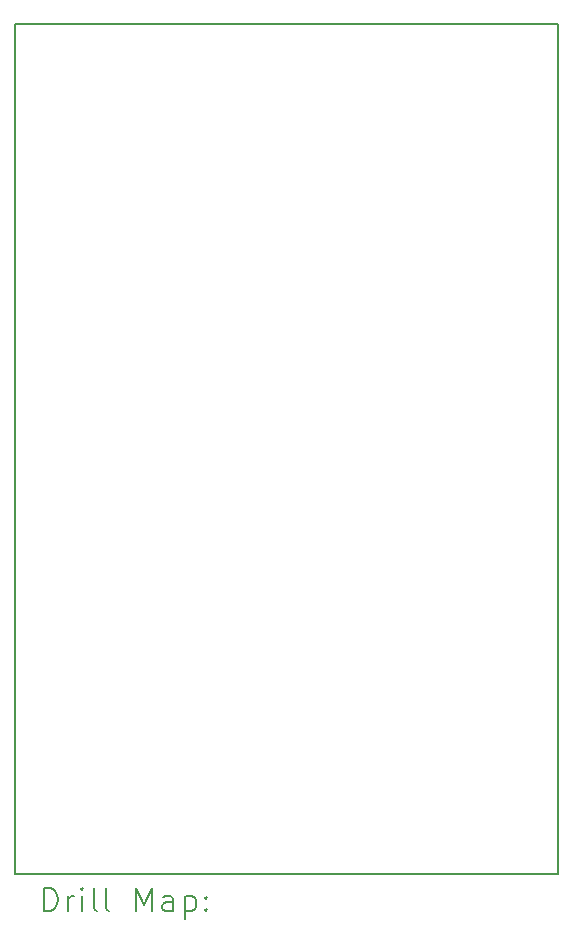
<source format=gbr>
%FSLAX45Y45*%
G04 Gerber Fmt 4.5, Leading zero omitted, Abs format (unit mm)*
G04 Created by KiCad (PCBNEW (6.0.1)) date 2022-01-21 22:17:19*
%MOMM*%
%LPD*%
G01*
G04 APERTURE LIST*
%TA.AperFunction,Profile*%
%ADD10C,0.150000*%
%TD*%
%ADD11C,0.200000*%
G04 APERTURE END LIST*
D10*
X13500000Y-13500000D02*
X13500000Y-13600000D01*
X9200000Y-6400000D02*
X13400000Y-6400000D01*
X13500000Y-10400000D02*
X13500000Y-12500000D01*
X13500000Y-13600000D02*
X9200000Y-13600000D01*
X13500000Y-12500000D02*
X13500000Y-13500000D01*
X13500000Y-6400000D02*
X13500000Y-10400000D01*
X9200000Y-6400000D02*
X8900000Y-6400000D01*
X13400000Y-6400000D02*
X13500000Y-6400000D01*
X8900000Y-6400000D02*
X8900000Y-13600000D01*
X8900000Y-13600000D02*
X9200000Y-13600000D01*
D11*
X9150119Y-13917976D02*
X9150119Y-13717976D01*
X9197738Y-13717976D01*
X9226310Y-13727500D01*
X9245357Y-13746548D01*
X9254881Y-13765595D01*
X9264405Y-13803690D01*
X9264405Y-13832262D01*
X9254881Y-13870357D01*
X9245357Y-13889405D01*
X9226310Y-13908452D01*
X9197738Y-13917976D01*
X9150119Y-13917976D01*
X9350119Y-13917976D02*
X9350119Y-13784643D01*
X9350119Y-13822738D02*
X9359643Y-13803690D01*
X9369167Y-13794167D01*
X9388214Y-13784643D01*
X9407262Y-13784643D01*
X9473929Y-13917976D02*
X9473929Y-13784643D01*
X9473929Y-13717976D02*
X9464405Y-13727500D01*
X9473929Y-13737024D01*
X9483452Y-13727500D01*
X9473929Y-13717976D01*
X9473929Y-13737024D01*
X9597738Y-13917976D02*
X9578690Y-13908452D01*
X9569167Y-13889405D01*
X9569167Y-13717976D01*
X9702500Y-13917976D02*
X9683452Y-13908452D01*
X9673929Y-13889405D01*
X9673929Y-13717976D01*
X9931071Y-13917976D02*
X9931071Y-13717976D01*
X9997738Y-13860833D01*
X10064405Y-13717976D01*
X10064405Y-13917976D01*
X10245357Y-13917976D02*
X10245357Y-13813214D01*
X10235833Y-13794167D01*
X10216786Y-13784643D01*
X10178690Y-13784643D01*
X10159643Y-13794167D01*
X10245357Y-13908452D02*
X10226310Y-13917976D01*
X10178690Y-13917976D01*
X10159643Y-13908452D01*
X10150119Y-13889405D01*
X10150119Y-13870357D01*
X10159643Y-13851309D01*
X10178690Y-13841786D01*
X10226310Y-13841786D01*
X10245357Y-13832262D01*
X10340595Y-13784643D02*
X10340595Y-13984643D01*
X10340595Y-13794167D02*
X10359643Y-13784643D01*
X10397738Y-13784643D01*
X10416786Y-13794167D01*
X10426310Y-13803690D01*
X10435833Y-13822738D01*
X10435833Y-13879881D01*
X10426310Y-13898928D01*
X10416786Y-13908452D01*
X10397738Y-13917976D01*
X10359643Y-13917976D01*
X10340595Y-13908452D01*
X10521548Y-13898928D02*
X10531071Y-13908452D01*
X10521548Y-13917976D01*
X10512024Y-13908452D01*
X10521548Y-13898928D01*
X10521548Y-13917976D01*
X10521548Y-13794167D02*
X10531071Y-13803690D01*
X10521548Y-13813214D01*
X10512024Y-13803690D01*
X10521548Y-13794167D01*
X10521548Y-13813214D01*
M02*

</source>
